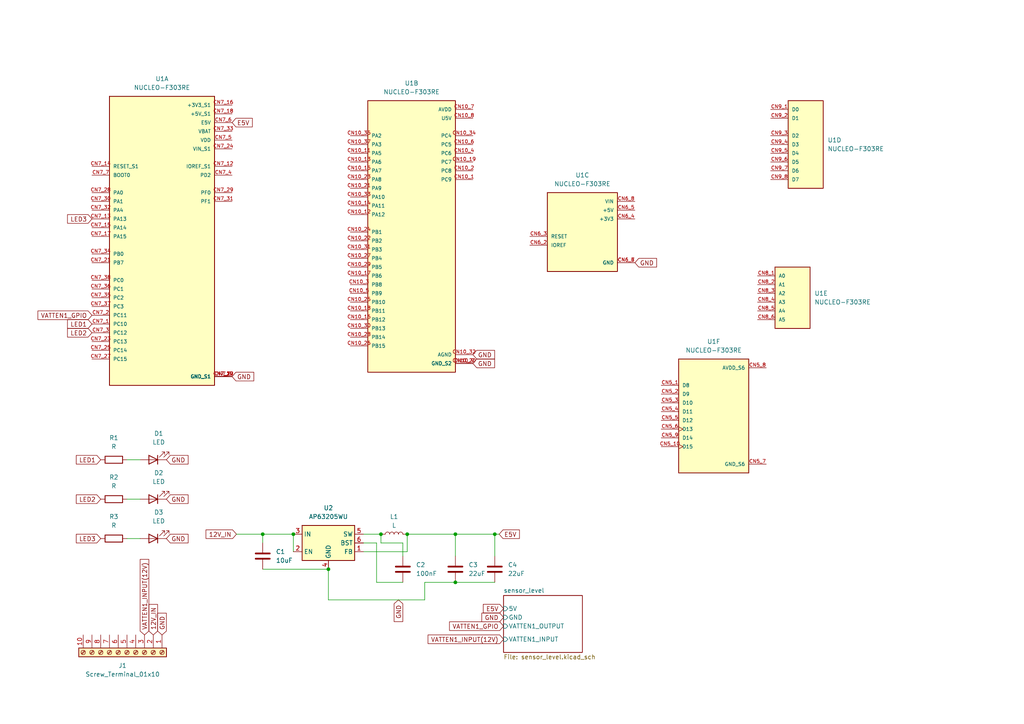
<source format=kicad_sch>
(kicad_sch (version 20230121) (generator eeschema)
  (paper "A4")
  (lib_symbols
    (symbol "Connector:Screw_Terminal_01x10" (pin_names (offset 1.016) hide)
      (property "Reference" "J" (at 0 12.7 0))
      (property "Value" "Screw_Terminal_01x10" (at 0 -15.24 0))
      (symbol "Screw_Terminal_01x10_1_1"
        (rectangle (start -1.27 11.43) (end 1.27 -13.97) (stroke (width 0.254)) (fill (type background)))
        (circle (center 0 -12.7) (radius 0.635) (stroke (width 0.1524)))
        (circle (center 0 -10.16) (radius 0.635) (stroke (width 0.1524)))
        (circle (center 0 -7.62) (radius 0.635) (stroke (width 0.1524)))
        (circle (center 0 -5.08) (radius 0.635) (stroke (width 0.1524)))
        (circle (center 0 -2.54) (radius 0.635) (stroke (width 0.1524)))
        (polyline (pts (xy -0.5334 -12.3698) (xy 0.3302 -13.208)) (stroke (width 0.1524)))
        (polyline (pts (xy -0.5334 -9.8298) (xy 0.3302 -10.668)) (stroke (width 0.1524)))
        (polyline (pts (xy -0.5334 -7.2898) (xy 0.3302 -8.128)) (stroke (width 0.1524)))
        (polyline (pts (xy -0.5334 -4.7498) (xy 0.3302 -5.588)) (stroke (width 0.1524)))
        (polyline (pts (xy -0.5334 -2.2098) (xy 0.3302 -3.048)) (stroke (width 0.1524)))
        (polyline (pts (xy -0.5334 0.3302) (xy 0.3302 -0.508)) (stroke (width 0.1524)))
        (polyline (pts (xy -0.5334 2.8702) (xy 0.3302 2.032)) (stroke (width 0.1524)))
        (polyline (pts (xy -0.5334 5.4102) (xy 0.3302 4.572)) (stroke (width 0.1524)))
        (polyline (pts (xy -0.5334 7.9502) (xy 0.3302 7.112)) (stroke (width 0.1524)))
        (polyline (pts (xy -0.5334 10.4902) (xy 0.3302 9.652)) (stroke (width 0.1524)))
        (polyline (pts (xy -0.3556 -12.192) (xy 0.508 -13.0302)) (stroke (width 0.1524)))
        (polyline (pts (xy -0.3556 -9.652) (xy 0.508 -10.4902)) (stroke (width 0.1524)))
        (polyline (pts (xy -0.3556 -7.112) (xy 0.508 -7.9502)) (stroke (width 0.1524)))
        (polyline (pts (xy -0.3556 -4.572) (xy 0.508 -5.4102)) (stroke (width 0.1524)))
        (polyline (pts (xy -0.3556 -2.032) (xy 0.508 -2.8702)) (stroke (width 0.1524)))
        (polyline (pts (xy -0.3556 0.508) (xy 0.508 -0.3302)) (stroke (width 0.1524)))
        (polyline (pts (xy -0.3556 3.048) (xy 0.508 2.2098)) (stroke (width 0.1524)))
        (polyline (pts (xy -0.3556 5.588) (xy 0.508 4.7498)) (stroke (width 0.1524)))
        (polyline (pts (xy -0.3556 8.128) (xy 0.508 7.2898)) (stroke (width 0.1524)))
        (polyline (pts (xy -0.3556 10.668) (xy 0.508 9.8298)) (stroke (width 0.1524)))
        (circle (center 0 0) (radius 0.635) (stroke (width 0.1524)))
        (circle (center 0 2.54) (radius 0.635) (stroke (width 0.1524)))
        (circle (center 0 5.08) (radius 0.635) (stroke (width 0.1524)))
        (circle (center 0 7.62) (radius 0.635) (stroke (width 0.1524)))
        (circle (center 0 10.16) (radius 0.635) (stroke (width 0.1524)))
        (pin passive line (at -5.08 10.16 0) (length 3.81) (name "Pin_1") (number "1"))
        (pin passive line (at -5.08 -12.7 0) (length 3.81) (name "Pin_10") (number "10"))
        (pin passive line (at -5.08 7.62 0) (length 3.81) (name "Pin_2") (number "2"))
        (pin passive line (at -5.08 5.08 0) (length 3.81) (name "Pin_3") (number "3"))
        (pin passive line (at -5.08 2.54 0) (length 3.81) (name "Pin_4") (number "4"))
        (pin passive line (at -5.08 0 0) (length 3.81) (name "Pin_5") (number "5"))
        (pin passive line (at -5.08 -2.54 0) (length 3.81) (name "Pin_6") (number "6"))
        (pin passive line (at -5.08 -5.08 0) (length 3.81) (name "Pin_7") (number "7"))
        (pin passive line (at -5.08 -7.62 0) (length 3.81) (name "Pin_8") (number "8"))
        (pin passive line (at -5.08 -10.16 0) (length 3.81) (name "Pin_9") (number "9"))
      )
    )
    (symbol "Device:C" (pin_numbers hide) (pin_names (offset 0.254))
      (property "Reference" "C" (at 0.635 2.54 0))
      (property "Value" "C" (at 0.635 -2.54 0))
      (symbol "C_0_1"
        (polyline (pts (xy -2.032 -0.762) (xy 2.032 -0.762)) (stroke (width 0.508)))
        (polyline (pts (xy -2.032 0.762) (xy 2.032 0.762)) (stroke (width 0.508)))
      )
      (symbol "C_1_1"
        (pin passive line (at 0 3.81 270) (length 2.794) (name "~") (number "1"))
        (pin passive line (at 0 -3.81 90) (length 2.794) (name "~") (number "2"))
      )
    )
    (symbol "Device:L" (pin_numbers hide) (pin_names (offset 1.016) hide)
      (property "Reference" "L" (at -1.27 0 90))
      (property "Value" "L" (at 1.905 0 90))
      (symbol "L_0_1"
        (arc (start 0 -2.54) (mid 0.6323 -1.905) (end 0 -1.27))
        (arc (start 0 -1.27) (mid 0.6323 -0.635) (end 0 0))
        (arc (start 0 0) (mid 0.6323 0.635) (end 0 1.27))
        (arc (start 0 1.27) (mid 0.6323 1.905) (end 0 2.54))
      )
      (symbol "L_1_1"
        (pin passive line (at 0 3.81 270) (length 1.27) (name "1") (number "1"))
        (pin passive line (at 0 -3.81 90) (length 1.27) (name "2") (number "2"))
      )
    )
    (symbol "Device:LED" (pin_numbers hide) (pin_names (offset 1.016) hide)
      (property "Reference" "D" (at 0 2.54 0))
      (property "Value" "LED" (at 0 -2.54 0))
      (symbol "LED_0_1"
        (polyline (pts (xy -1.27 -1.27) (xy -1.27 1.27)) (stroke (width 0.254)))
        (polyline (pts (xy -1.27 0) (xy 1.27 0)))
        (polyline (pts (xy 1.27 -1.27) (xy 1.27 1.27) (xy -1.27 0) (xy 1.27 -1.27)) (stroke (width 0.254)))
        (polyline (pts (xy -3.048 -0.762) (xy -4.572 -2.286) (xy -3.81 -2.286) (xy -4.572 -2.286) (xy -4.572 -1.524)))
        (polyline (pts (xy -1.778 -0.762) (xy -3.302 -2.286) (xy -2.54 -2.286) (xy -3.302 -2.286) (xy -3.302 -1.524)))
      )
      (symbol "LED_1_1"
        (pin passive line (at -3.81 0 0) (length 2.54) (name "K") (number "1"))
        (pin passive line (at 3.81 0 180) (length 2.54) (name "A") (number "2"))
      )
    )
    (symbol "Device:R" (pin_numbers hide) (pin_names (offset 0))
      (property "Reference" "R" (at 2.032 0 90))
      (property "Value" "R" (at 0 0 90))
      (symbol "R_0_1"
        (rectangle (start -1.016 -2.54) (end 1.016 2.54) (stroke (width 0.254)))
      )
      (symbol "R_1_1"
        (pin passive line (at 0 3.81 270) (length 1.27) (name "~") (number "1"))
        (pin passive line (at 0 -3.81 90) (length 1.27) (name "~") (number "2"))
      )
    )
    (symbol "NUCLEO-F303RE:NUCLEO-F303RE" (pin_names (offset 1.016))
      (property "Reference" "U" (at -15.24 41.91 0))
      (property "Value" "NUCLEO-F303RE" (at -15.24 -44.45 0))
      (symbol "NUCLEO-F303RE_1_0"
        (rectangle (start -15.24 -43.18) (end 15.24 40.64) (stroke (width 0.254)) (fill (type background)))
        (pin bidirectional line (at -20.32 -25.4 0) (length 5.08) (name "PC10") (number "CN7_1"))
        (pin bidirectional line (at 20.32 20.32 180) (length 5.08) (name "IOREF_S1") (number "CN7_12"))
        (pin bidirectional line (at -20.32 5.08 0) (length 5.08) (name "PA13") (number "CN7_13"))
        (pin bidirectional line (at -20.32 20.32 0) (length 5.08) (name "RESET_S1") (number "CN7_14"))
        (pin bidirectional line (at -20.32 2.54 0) (length 5.08) (name "PA14") (number "CN7_15"))
        (pin power_in line (at 20.32 38.1 180) (length 5.08) (name "+3V3_S1") (number "CN7_16"))
        (pin bidirectional line (at -20.32 0 0) (length 5.08) (name "PA15") (number "CN7_17"))
        (pin power_in line (at 20.32 35.56 180) (length 5.08) (name "+5V_S1") (number "CN7_18"))
        (pin power_in line (at 20.32 -40.64 180) (length 5.08) (name "GND_S1") (number "CN7_19"))
        (pin bidirectional line (at -20.32 -22.86 0) (length 5.08) (name "PC11") (number "CN7_2"))
        (pin power_in line (at 20.32 -40.64 180) (length 5.08) (name "GND_S1") (number "CN7_20"))
        (pin bidirectional line (at -20.32 -7.62 0) (length 5.08) (name "PB7") (number "CN7_21"))
        (pin power_in line (at 20.32 -40.64 180) (length 5.08) (name "GND_S1") (number "CN7_22"))
        (pin bidirectional line (at -20.32 -30.48 0) (length 5.08) (name "PC13") (number "CN7_23"))
        (pin power_in line (at 20.32 25.4 180) (length 5.08) (name "VIN_S1") (number "CN7_24"))
        (pin bidirectional line (at -20.32 -33.02 0) (length 5.08) (name "PC14") (number "CN7_25"))
        (pin bidirectional line (at -20.32 -35.56 0) (length 5.08) (name "PC15") (number "CN7_27"))
        (pin bidirectional line (at -20.32 12.7 0) (length 5.08) (name "PA0") (number "CN7_28"))
        (pin bidirectional line (at 20.32 12.7 180) (length 5.08) (name "PF0") (number "CN7_29"))
        (pin bidirectional line (at -20.32 -27.94 0) (length 5.08) (name "PC12") (number "CN7_3"))
        (pin bidirectional line (at -20.32 10.16 0) (length 5.08) (name "PA1") (number "CN7_30"))
        (pin bidirectional line (at 20.32 10.16 180) (length 5.08) (name "PF1") (number "CN7_31"))
        (pin bidirectional line (at -20.32 7.62 0) (length 5.08) (name "PA4") (number "CN7_32"))
        (pin power_in line (at 20.32 30.48 180) (length 5.08) (name "VBAT") (number "CN7_33"))
        (pin bidirectional line (at -20.32 -5.08 0) (length 5.08) (name "PB0") (number "CN7_34"))
        (pin bidirectional line (at -20.32 -17.78 0) (length 5.08) (name "PC2") (number "CN7_35"))
        (pin bidirectional line (at -20.32 -15.24 0) (length 5.08) (name "PC1") (number "CN7_36"))
        (pin bidirectional line (at -20.32 -20.32 0) (length 5.08) (name "PC3") (number "CN7_37"))
        (pin bidirectional line (at -20.32 -12.7 0) (length 5.08) (name "PC0") (number "CN7_38"))
        (pin bidirectional line (at 20.32 17.78 180) (length 5.08) (name "PD2") (number "CN7_4"))
        (pin power_in line (at 20.32 27.94 180) (length 5.08) (name "VDD") (number "CN7_5"))
        (pin power_in line (at 20.32 33.02 180) (length 5.08) (name "E5V") (number "CN7_6"))
        (pin bidirectional line (at -20.32 17.78 0) (length 5.08) (name "BOOT0") (number "CN7_7"))
        (pin power_in line (at 20.32 -40.64 180) (length 5.08) (name "GND_S1") (number "CN7_8"))
      )
      (symbol "NUCLEO-F303RE_2_0"
        (rectangle (start -12.7 -40.64) (end 12.7 38.1) (stroke (width 0.254)) (fill (type background)))
        (pin bidirectional line (at 17.78 15.24 180) (length 5.08) (name "PC9") (number "CN10_1"))
        (pin bidirectional line (at -17.78 22.86 0) (length 5.08) (name "PA5") (number "CN10_11"))
        (pin bidirectional line (at -17.78 5.08 0) (length 5.08) (name "PA12") (number "CN10_12"))
        (pin bidirectional line (at -17.78 20.32 0) (length 5.08) (name "PA6") (number "CN10_13"))
        (pin bidirectional line (at -17.78 7.62 0) (length 5.08) (name "PA11") (number "CN10_14"))
        (pin bidirectional line (at -17.78 17.78 0) (length 5.08) (name "PA7") (number "CN10_15"))
        (pin bidirectional line (at -17.78 -25.4 0) (length 5.08) (name "PB12") (number "CN10_16"))
        (pin bidirectional line (at -17.78 -12.7 0) (length 5.08) (name "PB6") (number "CN10_17"))
        (pin bidirectional line (at -17.78 -22.86 0) (length 5.08) (name "PB11") (number "CN10_18"))
        (pin bidirectional line (at 17.78 20.32 180) (length 5.08) (name "PC7") (number "CN10_19"))
        (pin bidirectional line (at 17.78 17.78 180) (length 5.08) (name "PC8") (number "CN10_2"))
        (pin power_in line (at 17.78 -38.1 180) (length 5.08) (name "GND_S2") (number "CN10_20"))
        (pin bidirectional line (at -17.78 12.7 0) (length 5.08) (name "PA9") (number "CN10_21"))
        (pin bidirectional line (at -17.78 -2.54 0) (length 5.08) (name "PB2") (number "CN10_22"))
        (pin bidirectional line (at -17.78 15.24 0) (length 5.08) (name "PA8") (number "CN10_23"))
        (pin bidirectional line (at -17.78 0 0) (length 5.08) (name "PB1") (number "CN10_24"))
        (pin bidirectional line (at -17.78 -20.32 0) (length 5.08) (name "PB10") (number "CN10_25"))
        (pin bidirectional line (at -17.78 -33.02 0) (length 5.08) (name "PB15") (number "CN10_26"))
        (pin bidirectional line (at -17.78 -7.62 0) (length 5.08) (name "PB4") (number "CN10_27"))
        (pin bidirectional line (at -17.78 -30.48 0) (length 5.08) (name "PB14") (number "CN10_28"))
        (pin bidirectional line (at -17.78 -10.16 0) (length 5.08) (name "PB5") (number "CN10_29"))
        (pin bidirectional line (at -17.78 -15.24 0) (length 5.08) (name "PB8") (number "CN10_3"))
        (pin bidirectional line (at -17.78 -27.94 0) (length 5.08) (name "PB13") (number "CN10_30"))
        (pin bidirectional line (at -17.78 -5.08 0) (length 5.08) (name "PB3") (number "CN10_31"))
        (pin power_in line (at 17.78 -35.56 180) (length 5.08) (name "AGND") (number "CN10_32"))
        (pin bidirectional line (at -17.78 10.16 0) (length 5.08) (name "PA10") (number "CN10_33"))
        (pin bidirectional line (at 17.78 27.94 180) (length 5.08) (name "PC4") (number "CN10_34"))
        (pin bidirectional line (at -17.78 27.94 0) (length 5.08) (name "PA2") (number "CN10_35"))
        (pin bidirectional line (at -17.78 25.4 0) (length 5.08) (name "PA3") (number "CN10_37"))
        (pin bidirectional line (at 17.78 22.86 180) (length 5.08) (name "PC6") (number "CN10_4"))
        (pin bidirectional line (at -17.78 -17.78 0) (length 5.08) (name "PB9") (number "CN10_5"))
        (pin bidirectional line (at 17.78 25.4 180) (length 5.08) (name "PC5") (number "CN10_6"))
        (pin power_in line (at 17.78 35.56 180) (length 5.08) (name "AVDD") (number "CN10_7"))
        (pin power_in line (at 17.78 33.02 180) (length 5.08) (name "U5V") (number "CN10_8"))
        (pin power_in line (at 17.78 -38.1 180) (length 5.08) (name "GND_S2") (number "CN10_9"))
      )
      (symbol "NUCLEO-F303RE_3_0"
        (rectangle (start -10.16 -12.7) (end 10.16 10.16) (stroke (width 0.254)) (fill (type background)))
        (pin bidirectional line (at -15.24 -5.08 0) (length 5.08) (name "IOREF") (number "CN6_2"))
        (pin bidirectional line (at -15.24 -2.54 0) (length 5.08) (name "RESET") (number "CN6_3"))
        (pin power_in line (at 15.24 2.54 180) (length 5.08) (name "+3V3") (number "CN6_4"))
        (pin power_in line (at 15.24 5.08 180) (length 5.08) (name "+5V") (number "CN6_5"))
        (pin power_in line (at 15.24 -10.16 180) (length 5.08) (name "GND") (number "CN6_6"))
        (pin power_in line (at 15.24 -10.16 180) (length 5.08) (name "GND") (number "CN6_7"))
        (pin power_in line (at 15.24 7.62 180) (length 5.08) (name "VIN") (number "CN6_8"))
      )
      (symbol "NUCLEO-F303RE_4_0"
        (rectangle (start -5.08 -12.7) (end 5.08 12.7) (stroke (width 0.254)) (fill (type background)))
        (pin input line (at -10.16 10.16 0) (length 5.08) (name "D0") (number "CN9_1"))
        (pin output line (at -10.16 7.62 0) (length 5.08) (name "D1") (number "CN9_2"))
        (pin bidirectional line (at -10.16 2.54 0) (length 5.08) (name "D2") (number "CN9_3"))
        (pin bidirectional line (at -10.16 0 0) (length 5.08) (name "D3") (number "CN9_4"))
        (pin bidirectional line (at -10.16 -2.54 0) (length 5.08) (name "D4") (number "CN9_5"))
        (pin bidirectional line (at -10.16 -5.08 0) (length 5.08) (name "D5") (number "CN9_6"))
        (pin bidirectional line (at -10.16 -7.62 0) (length 5.08) (name "D6") (number "CN9_7"))
        (pin bidirectional line (at -10.16 -10.16 0) (length 5.08) (name "D7") (number "CN9_8"))
      )
      (symbol "NUCLEO-F303RE_5_0"
        (rectangle (start -5.08 -10.16) (end 5.08 7.62) (stroke (width 0.254)) (fill (type background)))
        (pin input line (at -10.16 5.08 0) (length 5.08) (name "A0") (number "CN8_1"))
        (pin input line (at -10.16 2.54 0) (length 5.08) (name "A1") (number "CN8_2"))
        (pin input line (at -10.16 0 0) (length 5.08) (name "A2") (number "CN8_3"))
        (pin input line (at -10.16 -2.54 0) (length 5.08) (name "A3") (number "CN8_4"))
        (pin input line (at -10.16 -5.08 0) (length 5.08) (name "A4") (number "CN8_5"))
        (pin input line (at -10.16 -7.62 0) (length 5.08) (name "A5") (number "CN8_6"))
      )
      (symbol "NUCLEO-F303RE_6_0"
        (rectangle (start -10.16 -17.78) (end 10.16 15.24) (stroke (width 0.254)) (fill (type background)))
        (pin bidirectional line (at -15.24 7.62 0) (length 5.08) (name "D8") (number "CN5_1"))
        (pin bidirectional clock (at -15.24 -10.16 0) (length 5.08) (name "D15") (number "CN5_10"))
        (pin bidirectional line (at -15.24 5.08 0) (length 5.08) (name "D9") (number "CN5_2"))
        (pin bidirectional line (at -15.24 2.54 0) (length 5.08) (name "D10") (number "CN5_3"))
        (pin bidirectional line (at -15.24 0 0) (length 5.08) (name "D11") (number "CN5_4"))
        (pin bidirectional line (at -15.24 -2.54 0) (length 5.08) (name "D12") (number "CN5_5"))
        (pin bidirectional clock (at -15.24 -5.08 0) (length 5.08) (name "D13") (number "CN5_6"))
        (pin power_in line (at 15.24 -15.24 180) (length 5.08) (name "GND_S6") (number "CN5_7"))
        (pin power_in line (at 15.24 12.7 180) (length 5.08) (name "AVDD_S6") (number "CN5_8"))
        (pin bidirectional line (at -15.24 -7.62 0) (length 5.08) (name "D14") (number "CN5_9"))
      )
    )
    (symbol "Regulator_Switching:AP63205WU"
      (property "Reference" "U" (at -7.62 6.35 0))
      (property "Value" "AP63205WU" (at 2.54 6.35 0))
      (symbol "AP63205WU_0_1"
        (rectangle (start -7.62 5.08) (end 7.62 -5.08) (stroke (width 0.254)) (fill (type background)))
      )
      (symbol "AP63205WU_1_1"
        (pin input line (at 10.16 -2.54 180) (length 2.54) (name "FB") (number "1"))
        (pin input line (at -10.16 -2.54 0) (length 2.54) (name "EN") (number "2"))
        (pin power_in line (at -10.16 2.54 0) (length 2.54) (name "IN") (number "3"))
        (pin power_in line (at 0 -7.62 90) (length 2.54) (name "GND") (number "4"))
        (pin output line (at 10.16 2.54 180) (length 2.54) (name "SW") (number "5"))
        (pin passive line (at 10.16 0 180) (length 2.54) (name "BST") (number "6"))
      )
    )
  )
  (junction (at 132.08 154.94))
  (junction (at 76.2 154.94))
  (junction (at 118.11 154.94))
  (junction (at 132.08 168.91))
  (junction (at 110.49 154.94))
  (junction (at 143.51 154.94))
  (junction (at 95.25 165.1))
  (junction (at 85.09 154.94))
  (wire (pts (xy 118.11 160.02) (xy 118.11 154.94)))
  (wire (pts (xy 118.11 154.94) (xy 132.08 154.94)))
  (wire (pts (xy 105.41 160.02) (xy 118.11 160.02)))
  (wire (pts (xy 76.2 157.48) (xy 76.2 154.94)))
  (wire (pts (xy 76.2 165.1) (xy 95.25 165.1)))
  (wire (pts (xy 132.08 168.91) (xy 143.51 168.91)))
  (wire (pts (xy 132.08 168.91) (xy 123.19 168.91)))
  (wire (pts (xy 109.22 157.48) (xy 109.22 168.91)))
  (wire (pts (xy 116.84 161.29) (xy 116.84 157.48)))
  (wire (pts (xy 143.51 154.94) (xy 144.78 154.94)))
  (wire (pts (xy 105.41 157.48) (xy 109.22 157.48)))
  (wire (pts (xy 36.83 156.21) (xy 40.64 156.21)))
  (wire (pts (xy 116.84 157.48) (xy 110.49 157.48)))
  (wire (pts (xy 85.09 154.94) (xy 85.09 160.02)))
  (wire (pts (xy 76.2 154.94) (xy 85.09 154.94)))
  (wire (pts (xy 36.83 133.35) (xy 40.64 133.35)))
  (wire (pts (xy 109.22 168.91) (xy 116.84 168.91)))
  (wire (pts (xy 105.41 154.94) (xy 110.49 154.94)))
  (wire (pts (xy 110.49 154.94) (xy 110.49 157.48)))
  (wire (pts (xy 132.08 154.94) (xy 132.08 161.29)))
  (wire (pts (xy 68.58 154.94) (xy 76.2 154.94)))
  (wire (pts (xy 123.19 168.91) (xy 123.19 173.99)))
  (wire (pts (xy 143.51 154.94) (xy 143.51 161.29)))
  (wire (pts (xy 36.83 144.78) (xy 40.64 144.78)))
  (wire (pts (xy 123.19 173.99) (xy 95.25 173.99)))
  (wire (pts (xy 132.08 154.94) (xy 143.51 154.94)))
  (wire (pts (xy 95.25 173.99) (xy 95.25 165.1)))
  (global_label "LED1" (shape input) (at 29.21 133.35 180) (property "Intersheetrefs" "${INTERSHEET_REFS}" (effects hide)))
  (global_label "LED3" (shape input) (at 26.67 63.5 180) (property "Intersheetrefs" "${INTERSHEET_REFS}" (effects hide)))
  (global_label "E5V" (shape input) (at 144.78 154.94 0) (property "Intersheetrefs" "${INTERSHEET_REFS}" (effects hide)))
  (global_label "VATTEN1_GPIO" (shape input) (at 26.67 91.44 180) (property "Intersheetrefs" "${INTERSHEET_REFS}" (effects hide)))
  (global_label "GND" (shape input) (at 46.99 184.15 90) (property "Intersheetrefs" "${INTERSHEET_REFS}" (effects hide)))
  (global_label "GND" (shape input) (at 137.16 105.41 0) (property "Intersheetrefs" "${INTERSHEET_REFS}" (effects hide)))
  (global_label "VATTEN1_INPUT(12V)" (shape input) (at 146.05 185.42 180) (property "Intersheetrefs" "${INTERSHEET_REFS}" (effects hide)))
  (global_label "GND" (shape input) (at 146.05 179.07 180) (property "Intersheetrefs" "${INTERSHEET_REFS}" (effects hide)))
  (global_label "GND" (shape input) (at 115.57 173.99 270) (property "Intersheetrefs" "${INTERSHEET_REFS}" (effects hide)))
  (global_label "GND" (shape input) (at 184.15 76.2 0) (property "Intersheetrefs" "${INTERSHEET_REFS}" (effects hide)))
  (global_label "12V_IN" (shape input) (at 44.45 184.15 90) (property "Intersheetrefs" "${INTERSHEET_REFS}" (effects hide)))
  (global_label "LED3" (shape input) (at 29.21 156.21 180) (property "Intersheetrefs" "${INTERSHEET_REFS}" (effects hide)))
  (global_label "VATTEN1_GPIO" (shape input) (at 146.05 181.61 180) (property "Intersheetrefs" "${INTERSHEET_REFS}" (effects hide)))
  (global_label "GND" (shape input) (at 67.31 109.22 0) (property "Intersheetrefs" "${INTERSHEET_REFS}" (effects hide)))
  (global_label "E5V" (shape input) (at 67.31 35.56 0) (property "Intersheetrefs" "${INTERSHEET_REFS}" (effects hide)))
  (global_label "VATTEN1_INPUT(12V)" (shape input) (at 41.91 184.15 90) (property "Intersheetrefs" "${INTERSHEET_REFS}" (effects hide)))
  (global_label "E5V" (shape input) (at 146.05 176.53 180) (property "Intersheetrefs" "${INTERSHEET_REFS}" (effects hide)))
  (global_label "GND" (shape input) (at 48.26 156.21 0) (property "Intersheetrefs" "${INTERSHEET_REFS}" (effects hide)))
  (global_label "LED2" (shape input) (at 29.21 144.78 180) (property "Intersheetrefs" "${INTERSHEET_REFS}" (effects hide)))
  (global_label "GND" (shape input) (at 48.26 133.35 0) (property "Intersheetrefs" "${INTERSHEET_REFS}" (effects hide)))
  (global_label "LED1" (shape input) (at 26.67 93.98 180) (property "Intersheetrefs" "${INTERSHEET_REFS}" (effects hide)))
  (global_label "LED2" (shape input) (at 26.67 96.52 180) (property "Intersheetrefs" "${INTERSHEET_REFS}" (effects hide)))
  (global_label "12V_IN" (shape input) (at 68.58 154.94 180) (property "Intersheetrefs" "${INTERSHEET_REFS}" (effects hide)))
  (global_label "GND" (shape input) (at 137.16 102.87 0) (property "Intersheetrefs" "${INTERSHEET_REFS}" (effects hide)))
  (global_label "GND" (shape input) (at 48.26 144.78 0) (property "Intersheetrefs" "${INTERSHEET_REFS}" (effects hide)))
  (symbol (lib_id "NUCLEO-F303RE:NUCLEO-F303RE") (at 168.91 66.04 0) (unit 3)
    (property "Reference" "U1" (at 168.91 50.8 0))
    (property "Value" "NUCLEO-F303RE" (at 168.91 53.34 0))
    (property "Footprint" "NUCLEO-F303RE:ST_NUCLEO-F303RE" (effects hide))
    (property "MF" "STMicroelectronics" (effects hide))
    (property "MAXIMUM_PACKAGE_HEIGHT" "N/A" (effects hide))
    (property "Package" "None" (effects hide))
    (property "Price" "None" (effects hide))
    (property "Check_prices" "https://www.snapeda.com/parts/NUCLEO-F303RE/STMicroelectronics/view-part/?ref=eda" (effects hide))
    (property "STANDARD" "Manufacturer recommendations" (effects hide))
    (property "PARTREV" "14" (effects hide))
    (property "SnapEDA_Link" "https://www.snapeda.com/parts/NUCLEO-F303RE/STMicroelectronics/view-part/?ref=snap" (effects hide))
    (property "MP" "NUCLEO-F303RE" (effects hide))
    (property "Purchase-URL" "https://www.snapeda.com/api/url_track_click_mouser/?unipart_id=246753&manufacturer=STMicroelectronics&part_name=NUCLEO-F303RE&search_term=nucleo-f303re" (effects hide))
    (property "Description" "\nSTM32F303RE, mbed-Enabled Development Nucleo-64 STM32F3 ARM® Cortex®-M4 MCU 32-Bit Embedded Evaluation Board\n" (effects hide))
    (property "Availability" "In Stock" (effects hide))
    (property "MANUFACTURER" "STMicroelectronics" (effects hide))
  )
  (symbol (lib_id "Regulator_Switching:AP63205WU") (at 95.25 157.48 0) (unit 1)
    (property "Reference" "U2" (at 95.25 147.32 0))
    (property "Value" "AP63205WU" (at 95.25 149.86 0))
    (property "Footprint" "Package_TO_SOT_SMD:TSOT-23-6" (effects hide))
    (property "Datasheet" "https://www.diodes.com/assets/Datasheets/AP63200-AP63201-AP63203-AP63205.pdf" (effects hide))
    (property "Farnell" "https://se.farnell.com/diodes-inc/ap63205wu-7/dc-dc-conv-sync-buck-1-1mhz-85deg/dp/3518308RL" (effects hide))
  )
  (symbol (lib_id "Device:LED") (at 44.45 144.78 180) (unit 1)
    (property "Reference" "D2" (at 46.0375 137.16 0))
    (property "Value" "LED" (at 46.0375 139.7 0))
    (property "Footprint" "LED_SMD:LED_1210_3225Metric" (effects hide))
  )
  (symbol (lib_id "NUCLEO-F303RE:NUCLEO-F303RE") (at 229.87 85.09 0) (unit 5)
    (property "Reference" "U1" (at 236.22 85.09 0) (effects (justify left)))
    (property "Value" "NUCLEO-F303RE" (at 236.22 87.63 0) (effects (justify left)))
    (property "Footprint" "NUCLEO-F303RE:ST_NUCLEO-F303RE" (effects hide))
    (property "MF" "STMicroelectronics" (effects hide))
    (property "MAXIMUM_PACKAGE_HEIGHT" "N/A" (effects hide))
    (property "Package" "None" (effects hide))
    (property "Price" "None" (effects hide))
    (property "Check_prices" "https://www.snapeda.com/parts/NUCLEO-F303RE/STMicroelectronics/view-part/?ref=eda" (effects hide))
    (property "STANDARD" "Manufacturer recommendations" (effects hide))
    (property "PARTREV" "14" (effects hide))
    (property "SnapEDA_Link" "https://www.snapeda.com/parts/NUCLEO-F303RE/STMicroelectronics/view-part/?ref=snap" (effects hide))
    (property "MP" "NUCLEO-F303RE" (effects hide))
    (property "Purchase-URL" "https://www.snapeda.com/api/url_track_click_mouser/?unipart_id=246753&manufacturer=STMicroelectronics&part_name=NUCLEO-F303RE&search_term=nucleo-f303re" (effects hide))
    (property "Description" "\nSTM32F303RE, mbed-Enabled Development Nucleo-64 STM32F3 ARM® Cortex®-M4 MCU 32-Bit Embedded Evaluation Board\n" (effects hide))
    (property "Availability" "In Stock" (effects hide))
    (property "MANUFACTURER" "STMicroelectronics" (effects hide))
  )
  (symbol (lib_id "NUCLEO-F303RE:NUCLEO-F303RE") (at 119.38 67.31 0) (unit 2)
    (property "Reference" "U1" (at 119.38 24.13 0))
    (property "Value" "NUCLEO-F303RE" (at 119.38 26.67 0))
    (property "Footprint" "NUCLEO-F303RE:ST_NUCLEO-F303RE" (effects hide))
    (property "MF" "STMicroelectronics" (effects hide))
    (property "MAXIMUM_PACKAGE_HEIGHT" "N/A" (effects hide))
    (property "Package" "None" (effects hide))
    (property "Price" "None" (effects hide))
    (property "Check_prices" "https://www.snapeda.com/parts/NUCLEO-F303RE/STMicroelectronics/view-part/?ref=eda" (effects hide))
    (property "STANDARD" "Manufacturer recommendations" (effects hide))
    (property "PARTREV" "14" (effects hide))
    (property "SnapEDA_Link" "https://www.snapeda.com/parts/NUCLEO-F303RE/STMicroelectronics/view-part/?ref=snap" (effects hide))
    (property "MP" "NUCLEO-F303RE" (effects hide))
    (property "Purchase-URL" "https://www.snapeda.com/api/url_track_click_mouser/?unipart_id=246753&manufacturer=STMicroelectronics&part_name=NUCLEO-F303RE&search_term=nucleo-f303re" (effects hide))
    (property "Description" "\nSTM32F303RE, mbed-Enabled Development Nucleo-64 STM32F3 ARM® Cortex®-M4 MCU 32-Bit Embedded Evaluation Board\n" (effects hide))
    (property "Availability" "In Stock" (effects hide))
    (property "MANUFACTURER" "STMicroelectronics" (effects hide))
  )
  (symbol (lib_id "Device:LED") (at 44.45 156.21 180) (unit 1)
    (property "Reference" "D3" (at 46.0375 148.59 0))
    (property "Value" "LED" (at 46.0375 151.13 0))
    (property "Footprint" "LED_SMD:LED_1210_3225Metric" (effects hide))
  )
  (symbol (lib_id "Device:C") (at 143.51 165.1 0) (unit 1)
    (property "Reference" "C4" (at 147.32 163.83 0) (effects (justify left)))
    (property "Value" "22uF" (at 147.32 166.37 0) (effects (justify left)))
    (property "Footprint" "Capacitor_SMD:C_1210_3225Metric_Pad1.33x2.70mm_HandSolder" (effects hide))
  )
  (symbol (lib_id "Device:R") (at 33.02 156.21 90) (unit 1)
    (property "Reference" "R3" (at 33.02 149.86 90))
    (property "Value" "R" (at 33.02 152.4 90))
    (property "Footprint" "Resistor_SMD:R_1210_3225Metric_Pad1.30x2.65mm_HandSolder" (effects hide))
  )
  (symbol (lib_id "Device:R") (at 33.02 133.35 90) (unit 1)
    (property "Reference" "R1" (at 33.02 127 90))
    (property "Value" "R" (at 33.02 129.54 90))
    (property "Footprint" "Resistor_SMD:R_1210_3225Metric_Pad1.30x2.65mm_HandSolder" (effects hide))
  )
  (symbol (lib_id "Connector:Screw_Terminal_01x10") (at 36.83 189.23 270) (unit 1)
    (property "Reference" "J1" (at 35.56 193.04 90))
    (property "Value" "Screw_Terminal_01x10" (at 35.56 195.58 90))
    (property "Footprint" "Connector_PinHeader_2.54mm:PinHeader_1x10_P2.54mm_Vertical" (effects hide))
  )
  (symbol (lib_id "Device:R") (at 33.02 144.78 90) (unit 1)
    (property "Reference" "R2" (at 33.02 138.43 90))
    (property "Value" "R" (at 33.02 140.97 90))
    (property "Footprint" "Resistor_SMD:R_1210_3225Metric_Pad1.30x2.65mm_HandSolder" (effects hide))
  )
  (symbol (lib_id "Device:C") (at 132.08 165.1 0) (unit 1)
    (property "Reference" "C3" (at 135.89 163.83 0) (effects (justify left)))
    (property "Value" "22uF" (at 135.89 166.37 0) (effects (justify left)))
    (property "Footprint" "Capacitor_SMD:C_1210_3225Metric_Pad1.33x2.70mm_HandSolder" (effects hide))
  )
  (symbol (lib_id "NUCLEO-F303RE:NUCLEO-F303RE") (at 46.99 68.58 0) (unit 1)
    (property "Reference" "U1" (at 46.99 22.86 0))
    (property "Value" "NUCLEO-F303RE" (at 46.99 25.4 0))
    (property "Footprint" "NUCLEO-F303RE:ST_NUCLEO-F303RE" (effects hide))
    (property "MF" "STMicroelectronics" (effects hide))
    (property "MAXIMUM_PACKAGE_HEIGHT" "N/A" (effects hide))
    (property "Package" "None" (effects hide))
    (property "Price" "None" (effects hide))
    (property "Check_prices" "https://www.snapeda.com/parts/NUCLEO-F303RE/STMicroelectronics/view-part/?ref=eda" (effects hide))
    (property "STANDARD" "Manufacturer recommendations" (effects hide))
    (property "PARTREV" "14" (effects hide))
    (property "SnapEDA_Link" "https://www.snapeda.com/parts/NUCLEO-F303RE/STMicroelectronics/view-part/?ref=snap" (effects hide))
    (property "MP" "NUCLEO-F303RE" (effects hide))
    (property "Purchase-URL" "https://www.snapeda.com/api/url_track_click_mouser/?unipart_id=246753&manufacturer=STMicroelectronics&part_name=NUCLEO-F303RE&search_term=nucleo-f303re" (effects hide))
    (property "Description" "\nSTM32F303RE, mbed-Enabled Development Nucleo-64 STM32F3 ARM® Cortex®-M4 MCU 32-Bit Embedded Evaluation Board\n" (effects hide))
    (property "Availability" "In Stock" (effects hide))
    (property "MANUFACTURER" "STMicroelectronics" (effects hide))
  )
  (symbol (lib_id "NUCLEO-F303RE:NUCLEO-F303RE") (at 207.01 119.38 0) (unit 6)
    (property "Reference" "U1" (at 207.01 99.06 0))
    (property "Value" "NUCLEO-F303RE" (at 207.01 101.6 0))
    (property "Footprint" "NUCLEO-F303RE:ST_NUCLEO-F303RE" (effects hide))
    (property "MF" "STMicroelectronics" (effects hide))
    (property "MAXIMUM_PACKAGE_HEIGHT" "N/A" (effects hide))
    (property "Package" "None" (effects hide))
    (property "Price" "None" (effects hide))
    (property "Check_prices" "https://www.snapeda.com/parts/NUCLEO-F303RE/STMicroelectronics/view-part/?ref=eda" (effects hide))
    (property "STANDARD" "Manufacturer recommendations" (effects hide))
    (property "PARTREV" "14" (effects hide))
    (property "SnapEDA_Link" "https://www.snapeda.com/parts/NUCLEO-F303RE/STMicroelectronics/view-part/?ref=snap" (effects hide))
    (property "MP" "NUCLEO-F303RE" (effects hide))
    (property "Purchase-URL" "https://www.snapeda.com/api/url_track_click_mouser/?unipart_id=246753&manufacturer=STMicroelectronics&part_name=NUCLEO-F303RE&search_term=nucleo-f303re" (effects hide))
    (property "Description" "\nSTM32F303RE, mbed-Enabled Development Nucleo-64 STM32F3 ARM® Cortex®-M4 MCU 32-Bit Embedded Evaluation Board\n" (effects hide))
    (property "Availability" "In Stock" (effects hide))
    (property "MANUFACTURER" "STMicroelectronics" (effects hide))
  )
  (symbol (lib_id "Device:L") (at 114.3 154.94 90) (unit 1)
    (property "Reference" "L1" (at 114.3 149.86 90))
    (property "Value" "L" (at 114.3 152.4 90))
    (property "Footprint" "Inductor_SMD:L_1210_3225Metric_Pad1.42x2.65mm_HandSolder" (effects hide))
  )
  (symbol (lib_id "Device:LED") (at 44.45 133.35 180) (unit 1)
    (property "Reference" "D1" (at 46.0375 125.73 0))
    (property "Value" "LED" (at 46.0375 128.27 0))
    (property "Footprint" "LED_SMD:LED_1210_3225Metric" (effects hide))
  )
  (symbol (lib_id "Device:C") (at 76.2 161.29 0) (unit 1)
    (property "Reference" "C1" (at 80.01 160.02 0) (effects (justify left)))
    (property "Value" "10uF" (at 80.01 162.56 0) (effects (justify left)))
    (property "Footprint" "Capacitor_SMD:C_1210_3225Metric_Pad1.33x2.70mm_HandSolder" (effects hide))
  )
  (symbol (lib_id "Device:C") (at 116.84 165.1 0) (unit 1)
    (property "Reference" "C2" (at 120.65 163.83 0) (effects (justify left)))
    (property "Value" "100nF" (at 120.65 166.37 0) (effects (justify left)))
    (property "Footprint" "Capacitor_SMD:C_1210_3225Metric_Pad1.33x2.70mm_HandSolder" (effects hide))
  )
  (symbol (lib_id "NUCLEO-F303RE:NUCLEO-F303RE") (at 233.68 41.91 0) (unit 4)
    (property "Reference" "U1" (at 240.03 40.64 0) (effects (justify left)))
    (property "Value" "NUCLEO-F303RE" (at 240.03 43.18 0) (effects (justify left)))
    (property "Footprint" "NUCLEO-F303RE:ST_NUCLEO-F303RE" (effects hide))
    (property "MF" "STMicroelectronics" (effects hide))
    (property "MAXIMUM_PACKAGE_HEIGHT" "N/A" (effects hide))
    (property "Package" "None" (effects hide))
    (property "Price" "None" (effects hide))
    (property "Check_prices" "https://www.snapeda.com/parts/NUCLEO-F303RE/STMicroelectronics/view-part/?ref=eda" (effects hide))
    (property "STANDARD" "Manufacturer recommendations" (effects hide))
    (property "PARTREV" "14" (effects hide))
    (property "SnapEDA_Link" "https://www.snapeda.com/parts/NUCLEO-F303RE/STMicroelectronics/view-part/?ref=snap" (effects hide))
    (property "MP" "NUCLEO-F303RE" (effects hide))
    (property "Purchase-URL" "https://www.snapeda.com/api/url_track_click_mouser/?unipart_id=246753&manufacturer=STMicroelectronics&part_name=NUCLEO-F303RE&search_term=nucleo-f303re" (effects hide))
    (property "Description" "\nSTM32F303RE, mbed-Enabled Development Nucleo-64 STM32F3 ARM® Cortex®-M4 MCU 32-Bit Embedded Evaluation Board\n" (effects hide))
    (property "Availability" "In Stock" (effects hide))
    (property "MANUFACTURER" "STMicroelectronics" (effects hide))
  )
  (sheet (at 146.05 172.72) (size 22.86 16.51) (stroke (width 0.1524))
    (property "Sheetname" "sensor_level" (at 146.05 172.0084 0) (effects (justify left bottom)))
    (property "Sheetfile" "sensor_level.kicad_sch" (at 146.05 189.8146 0) (effects (justify left top)))
    (pin "VATTEN1_INPUT" input (at 146.05 185.42 180))
    (pin "VATTEN1_OUTPUT" input (at 146.05 181.61 180))
    (pin "GND" input (at 146.05 179.07 180))
    (pin "5V" input (at 146.05 176.53 180))
  )
)
</source>
